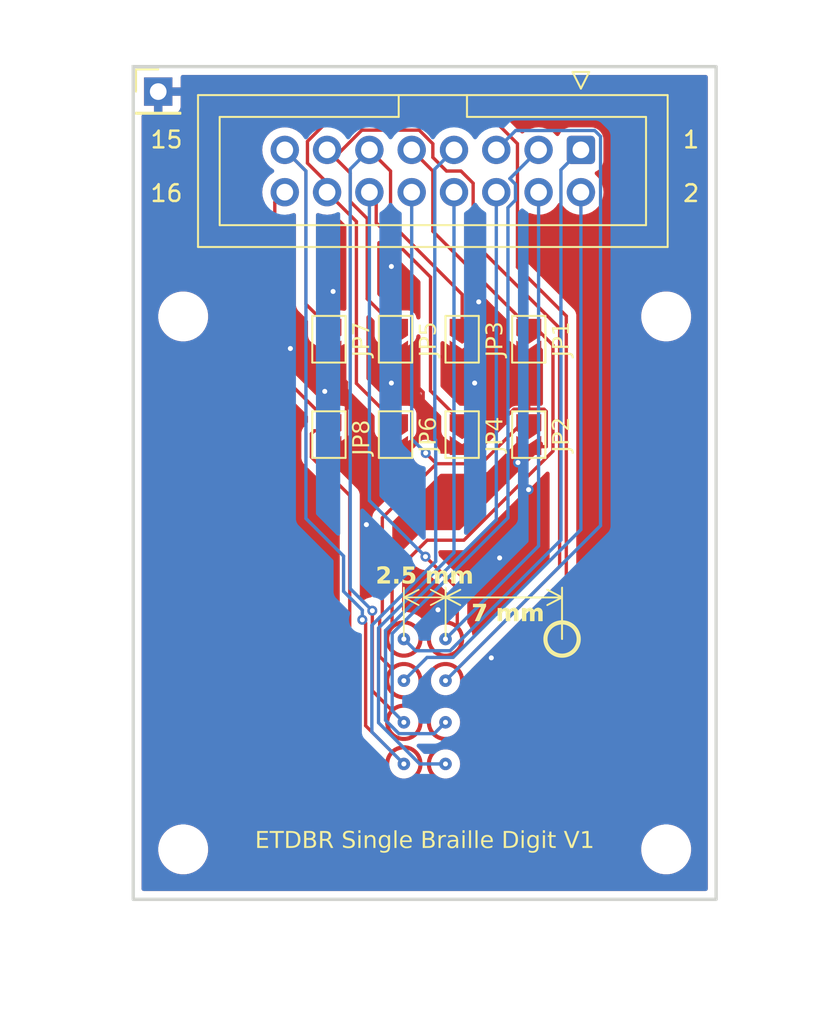
<source format=kicad_pcb>
(kicad_pcb (version 20240108) (generator "pcbnew") (generator_version "8.0")
  (layers (0 "F.Cu" signal) (31 "B.Cu" signal) (34 "B.Paste" user) (35 "F.Paste" user) (36 "B.SilkS" user "B.Silkscreen") (37 "F.SilkS" user "F.Silkscreen") (38 "B.Mask" user) (39 "F.Mask" user) (44 "Edge.Cuts" user))
  (net 0 "")
  (net 1 "Net-(J2-Pin_16)")
  (net 2 "Net-(J2-Pin_11)")
  (net 3 "Net-(J2-Pin_7)")
  (net 4 "Net-(J2-Pin_2)")
  (net 5 "Net-(J2-Pin_3)")
  (net 6 "Net-(J2-Pin_15)")
  (net 7 "Net-(J2-Pin_9)")
  (net 8 "Net-(J2-Pin_4)")
  (net 9 "Net-(J2-Pin_6)")
  (net 10 "Net-(J2-Pin_14)")
  (net 11 "Net-(J2-Pin_5)")
  (net 12 "Net-(J2-Pin_13)")
  (net 13 "Net-(J2-Pin_10)")
  (net 14 "Net-(J2-Pin_12)")
  (net 15 "Net-(J2-Pin_1)")
  (net 16 "Net-(J2-Pin_8)")
  (net 17 "/GNDPlane")
  (footprint "Connector_PinHeader_2.54mm:PinHeader_1x01_P2.54mm_Vertical" (layer "F.Cu") (at 49.78 57.465)
    (property "Reference" "J1")
    (property "Value" "Conn_01x01_Pin")
    (fp_line (start -1.33 -1.33) (end 0 -1.33) (stroke (width 0.12)) (layer "F.SilkS"))
    (fp_line (start -1.33 0) (end -1.33 -1.33) (stroke (width 0.12)) (layer "F.SilkS"))
    (fp_line (start -1.33 1.27) (end -1.33 1.33) (stroke (width 0.12)) (layer "F.SilkS"))
    (fp_line (start -1.33 1.27) (end 1.33 1.27) (stroke (width 0.12)) (layer "F.SilkS"))
    (fp_line (start -1.33 1.33) (end 1.33 1.33) (stroke (width 0.12)) (layer "F.SilkS"))
    (fp_line (start 1.33 1.27) (end 1.33 1.33) (stroke (width 0.12)) (layer "F.SilkS"))
    (pad "1" thru_hole rect (at 0 0) (size 1.7 1.7) (drill 1) (layers "*.Cu" "*.Mask") (net 17 "/GNDPlane"))
  )
  (footprint "Jumper:SolderJumper-2_P1.3mm_Open_TrianglePad1.0x1.5mm" (layer "F.Cu") (at 68.03 72.335 -90)
    (property "Reference" "JP3" (at 0 -2 90) (layer "F.SilkS"))
    (property "Value" "SolderJumper_2_Open" (hide yes))
    (fp_line (start -1.4 1) (end -1.4 -1) (stroke (width 0.12)) (layer "F.SilkS"))
    (fp_line (start 1.4 1) (end -1.4 1) (stroke (width 0.12)) (layer "F.SilkS"))
    (fp_line (start -1.4 -1) (end 1.4 -1) (stroke (width 0.12)) (layer "F.SilkS"))
    (fp_line (start 1.4 -1) (end 1.4 1) (stroke (width 0.12)) (layer "F.SilkS"))
    (pad "1" smd custom (at -0.725 0 270) (size 0.3 0.3) (layers "F.Cu" "F.Mask") (net 2 "Net-(J2-Pin_11)") (options (clearance outline) (anchor rect)) (primitives (gr_poly (pts (xy 1 0) (xy 0.5 0.75) (xy -0.5 0.75) (xy -0.5 -0.75) (xy 0.5 -0.75)) (width 0) (fill yes))))
    (pad "2" smd custom (at 0.725 0 270) (size 0.3 0.3) (layers "F.Cu" "F.Mask") (net 17 "/GNDPlane") (options (clearance outline) (anchor rect)) (primitives (gr_poly (pts (xy 0.5 0.75) (xy -0.65 0.75) (xy -0.15 0) (xy -0.65 -0.75) (xy 0.5 -0.75)) (width 0) (fill yes))))
  )
  (footprint "Connector_IDC:IDC-Header_2x08_P2.54mm_Vertical" (layer "F.Cu") (at 75.16 60.965 -90)
    (property "Reference" "J2" (hide yes))
    (property "Value" "Conn_02x08_Top_Bottom")
    (fp_line (start -3.29 22.99) (end -3.29 -5.21) (stroke (width 0.12)) (layer "F.SilkS"))
    (fp_line (start 5.83 22.99) (end -3.29 22.99) (stroke (width 0.12)) (layer "F.SilkS"))
    (fp_line (start -1.98 21.69) (end -1.98 10.94) (stroke (width 0.12)) (layer "F.SilkS"))
    (fp_line (start 4.52 21.69) (end -1.98 21.69) (stroke (width 0.12)) (layer "F.SilkS"))
    (fp_line (start -1.98 10.94) (end -3.29 10.94) (stroke (width 0.12)) (layer "F.SilkS"))
    (fp_line (start -1.98 10.94) (end -1.98 10.94) (stroke (width 0.12)) (layer "F.SilkS"))
    (fp_line (start -3.29 6.84) (end -1.98 6.84) (stroke (width 0.12)) (layer "F.SilkS"))
    (fp_line (start -1.98 6.84) (end -1.98 -3.91) (stroke (width 0.12)) (layer "F.SilkS"))
    (fp_line (start -4.68 0.5) (end -3.68 0) (stroke (width 0.12)) (layer "F.SilkS"))
    (fp_line (start -3.68 0) (end -4.68 -0.5) (stroke (width 0.12)) (layer "F.SilkS"))
    (fp_line (start -4.68 -0.5) (end -4.68 0.5) (stroke (width 0.12)) (layer "F.SilkS"))
    (fp_line (start -1.98 -3.91) (end 4.52 -3.91) (stroke (width 0.12)) (layer "F.SilkS"))
    (fp_line (start 4.52 -3.91) (end 4.52 21.69) (stroke (width 0.12)) (layer "F.SilkS"))
    (fp_line (start -3.29 -5.21) (end 5.83 -5.21) (stroke (width 0.12)) (layer "F.SilkS"))
    (fp_line (start 5.83 -5.21) (end 5.83 22.99) (stroke (width 0.12)) (layer "F.SilkS"))
    (pad "1" thru_hole roundrect (at 0 0 270) (size 1.7 1.7) (drill 1) (layers "*.Cu" "*.Mask") (roundrect_rratio 0.147059) (net 15 "Net-(J2-Pin_1)"))
    (pad "2" thru_hole circle (at 2.54 0 270) (size 1.7 1.7) (drill 1) (layers "*.Cu" "*.Mask") (net 4 "Net-(J2-Pin_2)"))
    (pad "3" thru_hole circle (at 0 2.54 270) (size 1.7 1.7) (drill 1) (layers "*.Cu" "*.Mask") (net 5 "Net-(J2-Pin_3)"))
    (pad "4" thru_hole circle (at 2.54 2.54 270) (size 1.7 1.7) (drill 1) (layers "*.Cu" "*.Mask") (net 8 "Net-(J2-Pin_4)"))
    (pad "5" thru_hole circle (at 0 5.08 270) (size 1.7 1.7) (drill 1) (layers "*.Cu" "*.Mask") (net 11 "Net-(J2-Pin_5)"))
    (pad "6" thru_hole circle (at 2.54 5.08 270) (size 1.7 1.7) (drill 1) (layers "*.Cu" "*.Mask") (net 9 "Net-(J2-Pin_6)"))
    (pad "7" thru_hole circle (at 0 7.62 270) (size 1.7 1.7) (drill 1) (layers "*.Cu" "*.Mask") (net 3 "Net-(J2-Pin_7)"))
    (pad "8" thru_hole circle (at 2.54 7.62 270) (size 1.7 1.7) (drill 1) (layers "*.Cu" "*.Mask") (net 16 "Net-(J2-Pin_8)"))
    (pad "9" thru_hole circle (at 0 10.16 270) (size 1.7 1.7) (drill 1) (layers "*.Cu" "*.Mask") (net 7 "Net-(J2-Pin_9)"))
    (pad "10" thru_hole circle (at 2.54 10.16 270) (size 1.7 1.7) (drill 1) (layers "*.Cu" "*.Mask") (net 13 "Net-(J2-Pin_10)"))
    (pad "11" thru_hole circle (at 0 12.7 270) (size 1.7 1.7) (drill 1) (layers "*.Cu" "*.Mask") (net 2 "Net-(J2-Pin_11)"))
    (pad "12" thru_hole circle (at 2.54 12.7 270) (size 1.7 1.7) (drill 1) (layers "*.Cu" "*.Mask") (net 14 "Net-(J2-Pin_12)"))
    (pad "13" thru_hole circle (at 0 15.24 270) (size 1.7 1.7) (drill 1) (layers "*.Cu" "*.Mask") (net 12 "Net-(J2-Pin_13)"))
    (pad "14" thru_hole circle (at 2.54 15.24 270) (size 1.7 1.7) (drill 1) (layers "*.Cu" "*.Mask") (net 10 "Net-(J2-Pin_14)"))
    (pad "15" thru_hole circle (at 0 17.78 270) (size 1.7 1.7) (drill 1) (layers "*.Cu" "*.Mask") (net 6 "Net-(J2-Pin_15)"))
    (pad "16" thru_hole circle (at 2.54 17.78 270) (size 1.7 1.7) (drill 1) (layers "*.Cu" "*.Mask") (net 1 "Net-(J2-Pin_16)"))
  )
  (footprint "Jumper:SolderJumper-2_P1.3mm_Open_TrianglePad1.0x1.5mm" (layer "F.Cu") (at 68.03 78.06 -90)
    (property "Reference" "JP4" (at 0 -2 90) (layer "F.SilkS"))
    (property "Value" "SolderJumper_2_Open" (hide yes))
    (fp_line (start -1.4 1) (end -1.4 -1) (stroke (width 0.12)) (layer "F.SilkS"))
    (fp_line (start 1.4 1) (end -1.4 1) (stroke (width 0.12)) (layer "F.SilkS"))
    (fp_line (start -1.4 -1) (end 1.4 -1) (stroke (width 0.12)) (layer "F.SilkS"))
    (fp_line (start 1.4 -1) (end 1.4 1) (stroke (width 0.12)) (layer "F.SilkS"))
    (pad "1" smd custom (at -0.725 0 270) (size 0.3 0.3) (layers "F.Cu" "F.Mask") (net 14 "Net-(J2-Pin_12)") (options (clearance outline) (anchor rect)) (primitives (gr_poly (pts (xy 1 0) (xy 0.5 0.75) (xy -0.5 0.75) (xy -0.5 -0.75) (xy 0.5 -0.75)) (width 0) (fill yes))))
    (pad "2" smd custom (at 0.725 0 270) (size 0.3 0.3) (layers "F.Cu" "F.Mask") (net 17 "/GNDPlane") (options (clearance outline) (anchor rect)) (primitives (gr_poly (pts (xy 0.5 0.75) (xy -0.65 0.75) (xy -0.15 0) (xy -0.65 -0.75) (xy 0.5 -0.75)) (width 0) (fill yes))))
  )
  (footprint "etdbrFoot:digitV1.1" (layer "F.Cu") (at 64.53 97.835)
    (property "Reference" "U2")
    (property "Value" "~")
    (fp_circle (center 9.5 -7.5) (end 10.5 -7.5) (stroke (width 0.25)) (fill none) (layer "F.SilkS"))
    (dimension (type aligned) (layer "F.SilkS") (pts (xy 67.03 90.835) (xy 74.03 90.835)) (height -3) (gr_text "7 mm" (at 70.78 88.835 0) (layer "F.SilkS") (effects (font (face "Comic Sans MS") (size 1 1) (thickness 0.3) (bold yes)))) (format (prefix "") (suffix "") (units 3) (units_format 1) (precision 3) suppress_zeroes) (style (thickness 0.1) (arrow_length 1) (text_position_mode 2) (extension_height 0.58642) (extension_offset 0.5) keep_text_aligned))
    (dimension (type aligned) (layer "F.SilkS") (pts (xy 67.03 90.835) (xy 74.03 90.835)) (height -3) (gr_text "7 mm" (at 70.78 88.835 0) (layer "F.SilkS") (effects (font (face "Comic Sans MS") (size 1 1) (thickness 0.3) (bold yes)))) (format (prefix "") (suffix "") (units 3) (units_format 1) (precision 3) suppress_zeroes) (style (thickness 0.1) (arrow_length 1) (text_position_mode 2) (extension_height 0.58642) (extension_offset 0.5) keep_text_aligned))
    (dimension (type aligned) (layer "F.SilkS") (pts (xy 67.03 90.835) (xy 74.03 90.835)) (height -3) (gr_text "7 mm" (at 70.78 88.835 0) (layer "F.SilkS") (effects (font (face "Comic Sans MS") (size 1 1) (thickness 0.3) (bold yes)))) (format (prefix "") (suffix "") (units 3) (units_format 1) (precision 3) suppress_zeroes) (style (thickness 0.1) (arrow_length 1) (text_position_mode 2) (extension_height 0.58642) (extension_offset 0.5) keep_text_aligned))
    (dimension (type aligned) (layer "F.SilkS") (pts (xy 64.53 90.835) (xy 67.03 90.835)) (height -3) (gr_text "2.5 mm" (at 65.78 86.585 0) (layer "F.SilkS") (effects (font (face "Comic Sans MS") (size 1 1) (thickness 0.3) (bold yes)))) (format (prefix "") (suffix "") (units 3) (units_format 1) (precision 3) suppress_zeroes) (style (thickness 0.1) (arrow_length 1) (text_position_mode 0) (extension_height 0.58642) (extension_offset 0.5) keep_text_aligned))
    (dimension (type aligned) (layer "F.SilkS") (pts (xy 67.03 90.835) (xy 74.03 90.835)) (height -3) (gr_text "7 mm" (at 70.78 88.835 0) (layer "F.SilkS") (effects (font (face "Comic Sans MS") (size 1 1) (thickness 0.3) (bold yes)))) (format (prefix "") (suffix "") (units 3) (units_format 1) (precision 3) suppress_zeroes) (style (thickness 0.1) (arrow_length 1) (text_position_mode 2) (extension_height 0.58642) (extension_offset 0.5) keep_text_aligned))
    (pad "-1" smd custom (at -0.707107 -8.207107) (size 0.25 0.25) (layers "F.Cu" "F.Paste" "F.Mask") (net 7 "Net-(J2-Pin_9)") (options (clearance outline) (anchor circle)) (primitives (gr_circle (center 0.707107 0.707107) (end 1.707107 0.707107) (width 0.25) (fill no))))
    (pad "-2" smd custom (at -0.707107 -5.707107) (size 0.25 0.25) (layers "F.Cu" "F.Paste" "F.Mask") (net 13 "Net-(J2-Pin_10)") (options (clearance outline) (anchor circle)) (primitives (gr_circle (center 0.707107 0.707107) (end 1.707107 0.707107) (width 0.25) (fill no))))
    (pad "-3" smd custom (at -0.707107 -3.207107) (size 0.25 0.25) (layers "F.Cu" "F.Paste" "F.Mask") (net 2 "Net-(J2-Pin_11)") (options (clearance outline) (anchor circle)) (primitives (gr_circle (center 0.707107 0.707107) (end 1.707107 0.707107) (width 0.25) (fill no))))
    (pad "-4" smd custom (at 3.207107 -8.207107) (size 0.25 0.25) (layers "F.Cu" "F.Paste" "F.Mask") (net 14 "Net-(J2-Pin_12)") (options (clearance outline) (anchor circle)) (primitives (gr_circle (center -0.707107 0.707107) (end 0.292893 0.707107) (width 0.25) (fill no))))
    (pad "-5" smd custom (at 3.207107 -5.707107) (size 0.25 0.25) (layers "F.Cu" "F.Paste" "F.Mask") (net 12 "Net-(J2-Pin_13)") (options (clearance outline) (anchor circle)) (primitives (gr_circle (center -0.707107 0.707107) (end 0.292893 0.707107) (width 0.25) (fill no))))
    (pad "-6" smd custom (at 3.207107 -3.207107) (size 0.25 0.25) (layers "F.Cu" "F.Paste" "F.Mask") (net 10 "Net-(J2-Pin_14)") (options (clearance outline) (anchor circle)) (primitives (gr_circle (center -0.707107 0.707107) (end 0.292893 0.707107) (width 0.25) (fill no))))
    (pad "-7" smd custom (at -0.707107 -0.707107) (size 0.25 0.25) (layers "F.Cu" "F.Paste" "F.Mask") (net 6 "Net-(J2-Pin_15)") (options (clearance outline) (anchor circle)) (primitives (gr_circle (center 0.707107 0.707107) (end 1.707107 0.707107) (width 0.25) (fill no))))
    (pad "-8" smd custom (at 3.207107 -0.707107) (size 0.25 0.25) (layers "F.Cu" "F.Paste" "F.Mask") (net 1 "Net-(J2-Pin_16)") (options (clearance outline) (anchor circle)) (primitives (gr_circle (center -0.707107 0.707107) (end 0.292893 0.707107) (width 0.25) (fill no))))
    (pad "1" thru_hole circle (at 0 -7.5 270) (size 0.75 0.75) (drill 0.3) (layers "*.Cu" "*.Mask") (net 15 "Net-(J2-Pin_1)"))
    (pad "2" thru_hole circle (at 0 -5 270) (size 0.75 0.75) (drill 0.3) (layers "*.Cu" "*.Mask") (net 4 "Net-(J2-Pin_2)"))
    (pad "3" thru_hole circle (at 0 -2.5 270) (size 0.75 0.75) (drill 0.3) (layers "*.Cu" "*.Mask") (net 5 "Net-(J2-Pin_3)"))
    (pad "4" thru_hole circle (at 2.5 -7.5 90) (size 0.75 0.75) (drill 0.3) (layers "*.Cu" "*.Mask") (net 8 "Net-(J2-Pin_4)"))
    (pad "5" thru_hole circle (at 2.5 -5 90) (size 0.75 0.75) (drill 0.3) (layers "*.Cu" "*.Mask") (net 11 "Net-(J2-Pin_5)"))
    (pad "6" thru_hole circle (at 2.5 -2.5 90) (size 0.75 0.75) (drill 0.3) (layers "*.Cu" "*.Mask") (net 9 "Net-(J2-Pin_6)"))
    (pad "7" thru_hole circle (at 0 0 270) (size 0.75 0.75) (drill 0.3) (layers "*.Cu" "*.Mask") (net 3 "Net-(J2-Pin_7)"))
    (pad "8" thru_hole circle (at 2.5 0 90) (size 0.75 0.75) (drill 0.3) (layers "*.Cu" "*.Mask") (net 16 "Net-(J2-Pin_8)"))
  )
  (footprint "MountingHole:MountingHole_2.5mm" (layer "F.Cu") (at 51.28 70.965)
    (property "Reference" "REF**")
    (property "Value" "MountingHole_2.5mm" (hide yes))
    (pad "" np_thru_hole circle (at 0 0) (size 2.5 2.5) (drill 2.5) (layers "*.Cu" "*.Mask"))
  )
  (footprint "Jumper:SolderJumper-2_P1.3mm_Open_TrianglePad1.0x1.5mm" (layer "F.Cu") (at 60.03 72.335 -90)
    (property "Reference" "JP7" (at 0 -2 90) (layer "F.SilkS"))
    (property "Value" "SolderJumper_2_Open" (hide yes))
    (fp_line (start -1.4 1) (end -1.4 -1) (stroke (width 0.12)) (layer "F.SilkS"))
    (fp_line (start 1.4 1) (end -1.4 1) (stroke (width 0.12)) (layer "F.SilkS"))
    (fp_line (start -1.4 -1) (end 1.4 -1) (stroke (width 0.12)) (layer "F.SilkS"))
    (fp_line (start 1.4 -1) (end 1.4 1) (stroke (width 0.12)) (layer "F.SilkS"))
    (pad "1" smd custom (at -0.725 0 270) (size 0.3 0.3) (layers "F.Cu" "F.Mask") (net 6 "Net-(J2-Pin_15)") (options (clearance outline) (anchor rect)) (primitives (gr_poly (pts (xy 1 0) (xy 0.5 0.75) (xy -0.5 0.75) (xy -0.5 -0.75) (xy 0.5 -0.75)) (width 0) (fill yes))))
    (pad "2" smd custom (at 0.725 0 270) (size 0.3 0.3) (layers "F.Cu" "F.Mask") (net 17 "/GNDPlane") (options (clearance outline) (anchor rect)) (primitives (gr_poly (pts (xy 0.5 0.75) (xy -0.65 0.75) (xy -0.15 0) (xy -0.65 -0.75) (xy 0.5 -0.75)) (width 0) (fill yes))))
  )
  (footprint "Jumper:SolderJumper-2_P1.3mm_Open_TrianglePad1.0x1.5mm" (layer "F.Cu") (at 64.03 78.06 -90)
    (property "Reference" "JP6" (at 0 -2 90) (layer "F.SilkS"))
    (property "Value" "SolderJumper_2_Open" (hide yes))
    (fp_line (start -1.4 1) (end -1.4 -1) (stroke (width 0.12)) (layer "F.SilkS"))
    (fp_line (start 1.4 1) (end -1.4 1) (stroke (width 0.12)) (layer "F.SilkS"))
    (fp_line (start -1.4 -1) (end 1.4 -1) (stroke (width 0.12)) (layer "F.SilkS"))
    (fp_line (start 1.4 -1) (end 1.4 1) (stroke (width 0.12)) (layer "F.SilkS"))
    (pad "1" smd custom (at -0.725 0 270) (size 0.3 0.3) (layers "F.Cu" "F.Mask") (net 10 "Net-(J2-Pin_14)") (options (clearance outline) (anchor rect)) (primitives (gr_poly (pts (xy 1 0) (xy 0.5 0.75) (xy -0.5 0.75) (xy -0.5 -0.75) (xy 0.5 -0.75)) (width 0) (fill yes))))
    (pad "2" smd custom (at 0.725 0 270) (size 0.3 0.3) (layers "F.Cu" "F.Mask") (net 17 "/GNDPlane") (options (clearance outline) (anchor rect)) (primitives (gr_poly (pts (xy 0.5 0.75) (xy -0.65 0.75) (xy -0.15 0) (xy -0.65 -0.75) (xy 0.5 -0.75)) (width 0) (fill yes))))
  )
  (footprint "MountingHole:MountingHole_2.5mm" (layer "F.Cu") (at 80.28 102.965)
    (property "Reference" "REF**")
    (property "Value" "MountingHole_2.5mm" (hide yes))
    (pad "" np_thru_hole circle (at 0 0) (size 2.5 2.5) (drill 2.5) (layers "*.Cu" "*.Mask"))
  )
  (footprint "Jumper:SolderJumper-2_P1.3mm_Open_TrianglePad1.0x1.5mm" (layer "F.Cu") (at 72.03 78.06 -90)
    (property "Reference" "JP2" (at 0 -2 90) (layer "F.SilkS"))
    (property "Value" "SolderJumper_2_Open" (hide yes))
    (fp_line (start -1.4 1) (end -1.4 -1) (stroke (width 0.12)) (layer "F.SilkS"))
    (fp_line (start 1.4 1) (end -1.4 1) (stroke (width 0.12)) (layer "F.SilkS"))
    (fp_line (start -1.4 -1) (end 1.4 -1) (stroke (width 0.12)) (layer "F.SilkS"))
    (fp_line (start 1.4 -1) (end 1.4 1) (stroke (width 0.12)) (layer "F.SilkS"))
    (pad "1" smd custom (at -0.725 0 270) (size 0.3 0.3) (layers "F.Cu" "F.Mask") (net 13 "Net-(J2-Pin_10)") (options (clearance outline) (anchor rect)) (primitives (gr_poly (pts (xy 1 0) (xy 0.5 0.75) (xy -0.5 0.75) (xy -0.5 -0.75) (xy 0.5 -0.75)) (width 0) (fill yes))))
    (pad "2" smd custom (at 0.725 0 270) (size 0.3 0.3) (layers "F.Cu" "F.Mask") (net 17 "/GNDPlane") (options (clearance outline) (anchor rect)) (primitives (gr_poly (pts (xy 0.5 0.75) (xy -0.65 0.75) (xy -0.15 0) (xy -0.65 -0.75) (xy 0.5 -0.75)) (width 0) (fill yes))))
  )
  (footprint "Jumper:SolderJumper-2_P1.3mm_Open_TrianglePad1.0x1.5mm" (layer "F.Cu") (at 60.03 78.06 -90)
    (property "Reference" "JP8" (at 0.185 -2 90) (layer "F.SilkS"))
    (property "Value" "SolderJumper_2_Open" (hide yes))
    (fp_line (start -1.4 1) (end -1.4 -1) (stroke (width 0.12)) (layer "F.SilkS"))
    (fp_line (start 1.4 1) (end -1.4 1) (stroke (width 0.12)) (layer "F.SilkS"))
    (fp_line (start -1.4 -1) (end 1.4 -1) (stroke (width 0.12)) (layer "F.SilkS"))
    (fp_line (start 1.4 -1) (end 1.4 1) (stroke (width 0.12)) (layer "F.SilkS"))
    (pad "1" smd custom (at -0.725 0 270) (size 0.3 0.3) (layers "F.Cu" "F.Mask") (net 1 "Net-(J2-Pin_16)") (options (clearance outline) (anchor rect)) (primitives (gr_poly (pts (xy 1 0) (xy 0.5 0.75) (xy -0.5 0.75) (xy -0.5 -0.75) (xy 0.5 -0.75)) (width 0) (fill yes))))
    (pad "2" smd custom (at 0.725 0 270) (size 0.3 0.3) (layers "F.Cu" "F.Mask") (net 17 "/GNDPlane") (options (clearance outline) (anchor rect)) (primitives (gr_poly (pts (xy 0.5 0.75) (xy -0.65 0.75) (xy -0.15 0) (xy -0.65 -0.75) (xy 0.5 -0.75)) (width 0) (fill yes))))
  )
  (footprint "Jumper:SolderJumper-2_P1.3mm_Open_TrianglePad1.0x1.5mm" (layer "F.Cu") (at 72.03 72.335 -90)
    (property "Reference" "JP1" (at 0 -2 90) (layer "F.SilkS"))
    (property "Value" "SolderJumper_2_Open" (hide yes))
    (fp_line (start -1.4 1) (end -1.4 -1) (stroke (width 0.12)) (layer "F.SilkS"))
    (fp_line (start 1.4 1) (end -1.4 1) (stroke (width 0.12)) (layer "F.SilkS"))
    (fp_line (start -1.4 -1) (end 1.4 -1) (stroke (width 0.12)) (layer "F.SilkS"))
    (fp_line (start 1.4 -1) (end 1.4 1) (stroke (width 0.12)) (layer "F.SilkS"))
    (pad "1" smd custom (at -0.725 0 270) (size 0.3 0.3) (layers "F.Cu" "F.Mask") (net 7 "Net-(J2-Pin_9)") (options (clearance outline) (anchor rect)) (primitives (gr_poly (pts (xy 1 0) (xy 0.5 0.75) (xy -0.5 0.75) (xy -0.5 -0.75) (xy 0.5 -0.75)) (width 0) (fill yes))))
    (pad "2" smd custom (at 0.725 0 270) (size 0.3 0.3) (layers "F.Cu" "F.Mask") (net 17 "/GNDPlane") (options (clearance outline) (anchor rect)) (primitives (gr_poly (pts (xy 0.5 0.75) (xy -0.65 0.75) (xy -0.15 0) (xy -0.65 -0.75) (xy 0.5 -0.75)) (width 0) (fill yes))))
  )
  (footprint "MountingHole:MountingHole_2.5mm" (layer "F.Cu") (at 51.28 102.965)
    (property "Reference" "REF**")
    (property "Value" "MountingHole_2.5mm" (hide yes))
    (pad "" np_thru_hole circle (at 0 0) (size 2.5 2.5) (drill 2.5) (layers "*.Cu" "*.Mask"))
  )
  (footprint "MountingHole:MountingHole_2.5mm" (layer "F.Cu") (at 80.28 70.965)
    (property "Reference" "REF**")
    (property "Value" "MountingHole_2.5mm" (hide yes))
    (pad "" np_thru_hole circle (at 0 0) (size 2.5 2.5) (drill 2.5) (layers "*.Cu" "*.Mask"))
  )
  (footprint "Jumper:SolderJumper-2_P1.3mm_Open_TrianglePad1.0x1.5mm" (layer "F.Cu") (at 64.03 72.335 -90)
    (property "Reference" "JP5" (at 0 -2 90) (layer "F.SilkS"))
    (property "Value" "SolderJumper_2_Open" (hide yes))
    (fp_line (start -1.4 1) (end -1.4 -1) (stroke (width 0.12)) (layer "F.SilkS"))
    (fp_line (start 1.4 1) (end -1.4 1) (stroke (width 0.12)) (layer "F.SilkS"))
    (fp_line (start -1.4 -1) (end 1.4 -1) (stroke (width 0.12)) (layer "F.SilkS"))
    (fp_line (start 1.4 -1) (end 1.4 1) (stroke (width 0.12)) (layer "F.SilkS"))
    (pad "1" smd custom (at -0.725 0 270) (size 0.3 0.3) (layers "F.Cu" "F.Mask") (net 12 "Net-(J2-Pin_13)") (options (clearance outline) (anchor rect)) (primitives (gr_poly (pts (xy 1 0) (xy 0.5 0.75) (xy -0.5 0.75) (xy -0.5 -0.75) (xy 0.5 -0.75)) (width 0) (fill yes))))
    (pad "2" smd custom (at 0.725 0 270) (size 0.3 0.3) (layers "F.Cu" "F.Mask") (net 17 "/GNDPlane") (options (clearance outline) (anchor rect)) (primitives (gr_poly (pts (xy 0.5 0.75) (xy -0.65 0.75) (xy -0.15 0) (xy -0.65 -0.75) (xy 0.5 -0.75)) (width 0) (fill yes))))
  )
  (gr_rect (start 48.28 55.965) (end 83.28 105.965) (stroke (width 0.2)) (fill none) (layer "Edge.Cuts"))
  (gr_text "15\n\n16" (at 50.28 61.965 0) (layer "F.SilkS") (effects (font (size 1 1))))
  (gr_text "1\n\n2" (at 81.78 61.965 0) (layer "F.SilkS") (effects (font (size 1 1))))
  (gr_text "ETDBR Single Braille Digit V1\n" (at 65.78 102.465 0) (layer "F.SilkS") (effects (font (size 1 1))))
  (segment (start 61.28 96.965) (end 63.595 99.28) (width 0.2) (layer "F.Cu") (net 1))
  (segment (start 67.585 99.28) (end 68.53 98.335) (width 0.2) (layer "F.Cu") (net 1))
  (segment (start 59.8331 77.1381) (end 60.03 77.335) (width 0.2) (layer "F.Cu") (net 1))
  (segment (start 63.595 99.28) (end 67.585 99.28) (width 0.2) (layer "F.Cu") (net 1))
  (segment (start 61.28 81.716336) (end 61.28 96.965) (width 0.2) (layer "F.Cu") (net 1))
  (segment (start 58.975 78.008664) (end 58.975 79.411336) (width 0.2) (layer "F.Cu") (net 1))
  (segment (start 60.525 77.83) (end 59.153664 77.83) (width 0.2) (layer "F.Cu") (net 1))
  (segment (start 59.153664 77.83) (end 58.975 78.008664) (width 0.2) (layer "F.Cu") (net 1))
  (segment (start 58.975 79.411336) (end 61.28 81.716336) (width 0.2) (layer "F.Cu") (net 1))
  (segment (start 57.38 63.505) (end 56.78 64.105) (width 0.2) (layer "F.Cu") (net 1))
  (segment (start 68.53 98.335) (end 68.53 97.335) (width 0.2) (layer "F.Cu") (net 1))
  (segment (start 56.78 74.085) (end 59.8331 77.1381) (width 0.2) (layer "F.Cu") (net 1))
  (segment (start 59.8331 77.1381) (end 60.525 77.83) (width 0.2) (layer "F.Cu") (net 1))
  (segment (start 68.03 96.835) (end 67.737107 97.127893) (width 0.2) (layer "F.Cu") (net 1))
  (segment (start 68.53 97.335) (end 68.03 96.835) (width 0.2) (layer "F.Cu") (net 1))
  (segment (start 56.78 64.105) (end 56.78 74.085) (width 0.2) (layer "F.Cu") (net 1))
  (segment (start 63.73 62.235) (end 63.73 65.3405) (width 0.2) (layer "F.Cu") (net 2))
  (segment (start 62.6354 93.4404) (end 62.6354 88.6334) (width 0.2) (layer "F.Cu") (net 2))
  (segment (start 63.73 65.3405) (end 68.03 69.6405) (width 0.2) (layer "F.Cu") (net 2))
  (segment (start 63.8229 94.6279) (end 62.6354 93.4404) (width 0.2) (layer "F.Cu") (net 2))
  (segment (start 62.46 60.965) (end 63.73 62.235) (width 0.2) (layer "F.Cu") (net 2))
  (segment (start 68.03 69.6405) (end 68.03 71.61) (width 0.2) (layer "F.Cu") (net 2))
  (via (at 62.6354 88.6334) (size 0.6) (drill 0.3) (layers "F.Cu" "B.Cu") (net 2))
  (segment (start 62.6354 88.6334) (end 61.3098 87.3078) (width 0.2) (layer "B.Cu") (net 2))
  (segment (start 61.3098 62.1152) (end 62.46 60.965) (width 0.2) (layer "B.Cu") (net 2))
  (segment (start 61.3098 87.3078) (end 61.3098 62.1152) (width 0.2) (layer "B.Cu") (net 2))
  (segment (start 62.6084 89.5091) (end 62.6084 95.9134) (width 0.2) (layer "B.Cu") (net 3))
  (segment (start 66.4412 78.3825) (end 66.4412 85.6763) (width 0.2) (layer "B.Cu") (net 3))
  (segment (start 66.3865 78.3278) (end 66.4412 78.3825) (width 0.2) (layer "B.Cu") (net 3))
  (segment (start 62.6084 95.9134) (end 64.53 97.835) (width 0.2) (layer "B.Cu") (net 3))
  (segment (start 66.3865 62.1185) (end 66.3865 78.3278) (width 0.2) (layer "B.Cu") (net 3))
  (segment (start 67.54 60.965) (end 66.3865 62.1185) (width 0.2) (layer "B.Cu") (net 3))
  (segment (start 66.4412 85.6763) (end 62.6084 89.5091) (width 0.2) (layer "B.Cu") (net 3))
  (segment (start 65.9266 91.4384) (end 67.4868 91.4384) (width 0.2) (layer "B.Cu") (net 4))
  (segment (start 64.53 92.835) (end 65.9266 91.4384) (width 0.2) (layer "B.Cu") (net 4))
  (segment (start 67.4868 91.4384) (end 75.16 83.7652) (width 0.2) (layer "B.Cu") (net 4))
  (segment (start 75.16 83.7652) (end 75.16 63.505) (width 0.2) (layer "B.Cu") (net 4))
  (segment (start 71.23 63.028654) (end 70.893173 62.691827) (width 0.2) (layer "B.Cu") (net 5))
  (segment (start 70.78 83.0569) (end 70.78 64.431346) (width 0.2) (layer "B.Cu") (net 5))
  (segment (start 71.23 63.981346) (end 71.23 63.028654) (width 0.2) (layer "B.Cu") (net 5))
  (segment (start 70.78 64.431346) (end 71.23 63.981346) (width 0.2) (layer "B.Cu") (net 5))
  (segment (start 70.893173 62.691827) (end 72.62 60.965) (width 0.2) (layer "B.Cu") (net 5))
  (segment (start 63.829 90.0079) (end 70.78 83.0569) (width 0.2) (layer "B.Cu") (net 5))
  (segment (start 64.53 95.335) (end 63.829 94.634) (width 0.2) (layer "B.Cu") (net 5))
  (segment (start 63.829 94.634) (end 63.829 90.0079) (width 0.2) (layer "B.Cu") (net 5))
  (segment (start 58.65 62.235) (end 58.65 70.23) (width 0.2) (layer "F.Cu") (net 6))
  (segment (start 62.2354 89.379163) (end 62.2354 95.5404) (width 0.2) (layer "F.Cu") (net 6))
  (segment (start 62.2354 95.5404) (end 63.822893 97.127893) (width 0.2) (layer "F.Cu") (net 6))
  (segment (start 62.0354 89.179163) (end 62.2354 89.379163) (width 0.2) (layer "F.Cu") (net 6))
  (segment (start 57.38 60.965) (end 58.65 62.235) (width 0.2) (layer "F.Cu") (net 6))
  (segment (start 58.65 70.23) (end 60.03 71.61) (width 0.2) (layer "F.Cu") (net 6))
  (via (at 62.0354 89.179163) (size 0.6) (drill 0.3) (layers "F.Cu" "B.Cu") (net 6))
  (segment (start 60.9098 85.3548) (end 58.65 83.095) (width 0.2) (layer "B.Cu") (net 6))
  (segment (start 60.9098 87.473486) (end 60.9098 85.3548) (width 0.2) (layer "B.Cu") (net 6))
  (segment (start 58.65 62.235) (end 57.38 60.965) (width 0.2) (layer "B.Cu") (net 6))
  (segment (start 58.65 83.095) (end 58.65 62.235) (width 0.2) (layer "B.Cu") (net 6))
  (segment (start 62.0354 88.599086) (end 60.9098 87.473486) (width 0.2) (layer "B.Cu") (net 6))
  (segment (start 62.0354 89.179163) (end 62.0354 88.599086) (width 0.2) (layer "B.Cu") (net 6))
  (segment (start 72.4044 71.61) (end 73.4827 72.6883) (width 0.2) (layer "F.Cu") (net 7))
  (segment (start 66.27 62.235) (end 66.27 65.85) (width 0.2) (layer "F.Cu") (net 7))
  (segment (start 73.4827 79.0527) (end 68.1347 84.4007) (width 0.2) (layer "F.Cu") (net 7))
  (segment (start 72.03 71.61) (end 72.4044 71.61) (width 0.2) (layer "F.Cu") (net 7))
  (segment (start 65 60.965) (end 66.27 62.235) (width 0.2) (layer "F.Cu") (net 7))
  (segment (start 73.4827 72.6883) (end 73.4827 79.0527) (width 0.2) (layer "F.Cu") (net 7))
  (segment (start 65.928 84.4007) (end 63.8229 86.5058) (width 0.2) (layer "F.Cu") (net 7))
  (segment (start 63.8229 86.5058) (end 63.8229 89.6279) (width 0.2) (layer "F.Cu") (net 7))
  (segment (start 68.1347 84.4007) (end 65.928 84.4007) (width 0.2) (layer "F.Cu") (net 7))
  (segment (start 66.27 65.85) (end 72.03 71.61) (width 0.2) (layer "F.Cu") (net 7))
  (segment (start 72.62 63.505) (end 72.62 84.745) (width 0.2) (layer "B.Cu") (net 8))
  (segment (start 72.62 84.745) (end 67.03 90.335) (width 0.2) (layer "B.Cu") (net 8))
  (segment (start 64.2318 96.016) (end 63.4288 95.213) (width 0.2) (layer "B.Cu") (net 9))
  (segment (start 67.03 95.335) (end 66.349 96.016) (width 0.2) (layer "B.Cu") (net 9))
  (segment (start 63.4288 95.213) (end 63.4288 89.8203) (width 0.2) (layer "B.Cu") (net 9))
  (segment (start 63.4288 89.8203) (end 70.08 83.1691) (width 0.2) (layer "B.Cu") (net 9))
  (segment (start 66.349 96.016) (end 64.2318 96.016) (width 0.2) (layer "B.Cu") (net 9))
  (segment (start 70.08 83.1691) (end 70.08 63.505) (width 0.2) (layer "B.Cu") (net 9))
  (segment (start 71.35 68.0063) (end 71.35 60.5921) (width 0.2) (layer "F.Cu") (net 10))
  (segment (start 58.7413 61.7604) (end 59.92 62.9391) (width 0.2) (layer "F.Cu") (net 10))
  (segment (start 64.03 77.335) (end 61.6802 74.9852) (width 0.2) (layer "F.Cu") (net 10))
  (segment (start 67.7371 94.6279) (end 74.2829 88.0821) (width 0.2) (layer "F.Cu") (net 10))
  (segment (start 58.7413 60.4542) (end 58.7413 61.7604) (width 0.2) (layer "F.Cu") (net 10))
  (segment (start 59.92 62.9391) (end 59.92 63.505) (width 0.2) (layer "F.Cu") (net 10))
  (segment (start 59.8161 59.3794) (end 58.7413 60.4542) (width 0.2) (layer "F.Cu") (net 10))
  (segment (start 74.2829 88.0821) (end 74.2829 70.9392) (width 0.2) (layer "F.Cu") (net 10))
  (segment (start 70.1373 59.3794) (end 59.8161 59.3794) (width 0.2) (layer "F.Cu") (net 10))
  (segment (start 71.35 60.5921) (end 70.1373 59.3794) (width 0.2) (layer "F.Cu") (net 10))
  (segment (start 61.6802 74.9852) (end 61.6802 65.2652) (width 0.2) (layer "F.Cu") (net 10))
  (segment (start 61.6802 65.2652) (end 59.92 63.505) (width 0.2) (layer "F.Cu") (net 10))
  (segment (start 74.2829 70.9392) (end 71.35 68.0063) (width 0.2) (layer "F.Cu") (net 10))
  (segment (start 76.3384 60.1528) (end 75.9867 59.8011) (width 0.2) (layer "B.Cu") (net 11))
  (segment (start 67.03 92.835) (end 76.3384 83.5266) (width 0.2) (layer "B.Cu") (net 11))
  (segment (start 75.9867 59.8011) (end 71.2439 59.8011) (width 0.2) (layer "B.Cu") (net 11))
  (segment (start 71.2439 59.8011) (end 70.08 60.965) (width 0.2) (layer "B.Cu") (net 11))
  (segment (start 76.3384 83.5266) (end 76.3384 60.1528) (width 0.2) (layer "B.Cu") (net 11))
  (segment (start 73.8828 85.9822) (end 73.8828 71.6708) (width 0.2) (layer "F.Cu") (net 12))
  (segment (start 73.8828 71.6708) (end 68.6902 66.4782) (width 0.2) (layer "F.Cu") (net 12))
  (segment (start 68.6902 62.9667) (end 67.9585 62.235) (width 0.2) (layer "F.Cu") (net 12))
  (segment (start 61.3098 64.0661) (end 62.3284 65.0847) (width 0.2) (layer "F.Cu") (net 12))
  (segment (start 62.3284 69.9084) (end 64.03 71.61) (width 0.2) (layer "F.Cu") (net 12))
  (segment (start 67.0903 62.235) (end 66.2701 61.4148) (width 0.2) (layer "F.Cu") (net 12))
  (segment (start 66.2701 60.5971) (end 65.4525 59.7795) (width 0.2) (layer "F.Cu") (net 12))
  (segment (start 61.3098 62.3548) (end 61.3098 64.0661) (width 0.2) (layer "F.Cu") (net 12))
  (segment (start 59.92 60.965) (end 60.3703 61.4153) (width 0.2) (layer "F.Cu") (net 12))
  (segment (start 67.9585 62.235) (end 67.0903 62.235) (width 0.2) (layer "F.Cu") (net 12))
  (segment (start 62.0061 59.7795) (end 60.3703 61.4153) (width 0.2) (layer "F.Cu") (net 12))
  (segment (start 67.7371 92.1279) (end 73.8828 85.9822) (width 0.2) (layer "F.Cu") (net 12))
  (segment (start 66.2701 61.4148) (end 66.2701 60.5971) (width 0.2) (layer "F.Cu") (net 12))
  (segment (start 60.3703 61.4153) (end 61.3098 62.3548) (width 0.2) (layer "F.Cu") (net 12))
  (segment (start 65.4525 59.7795) (end 62.0061 59.7795) (width 0.2) (layer "F.Cu") (net 12))
  (segment (start 62.3284 65.0847) (end 62.3284 69.9084) (width 0.2) (layer "F.Cu") (net 12))
  (segment (start 68.6902 66.4782) (end 68.6902 62.9667) (width 0.2) (layer "F.Cu") (net 12))
  (segment (start 63.2355 83.0568) (end 66.484 79.8083) (width 0.2) (layer "F.Cu") (net 13))
  (segment (start 63.0779 89.0396) (end 63.2355 88.882) (width 0.2) (layer "F.Cu") (net 13))
  (segment (start 66.484 79.8083) (end 69.1756 79.8083) (width 0.2) (layer "F.Cu") (net 13))
  (segment (start 63.8229 92.1279) (end 63.0779 91.3829) (width 0.2) (layer "F.Cu") (net 13))
  (segment (start 71.6489 77.335) (end 72.03 77.335) (width 0.2) (layer "F.Cu") (net 13))
  (segment (start 69.1756 79.8083) (end 71.6489 77.335) (width 0.2) (layer "F.Cu") (net 13))
  (segment (start 66.484 79.8083) (end 65.8409 79.1652) (width 0.2) (layer "F.Cu") (net 13))
  (segment (start 63.0779 91.3829) (end 63.0779 89.0396) (width 0.2) (layer "F.Cu") (net 13))
  (segment (start 63.2355 88.882) (end 63.2355 83.0568) (width 0.2) (layer "F.Cu") (net 13))
  (via (at 65.8409 79.1652) (size 0.6) (drill 0.3) (layers "F.Cu" "B.Cu") (net 13))
  (segment (start 65 63.505) (end 65 78.3243) (width 0.2) (layer "B.Cu") (net 13))
  (segment (start 65 78.3243) (end 65.8409 79.1652) (width 0.2) (layer "B.Cu") (net 13))
  (segment (start 66.1284 68.6019) (end 66.1284 75.4334) (width 0.2) (layer "F.Cu") (net 14))
  (segment (start 62.8698 63.9148) (end 62.8698 65.3433) (width 0.2) (layer "F.Cu") (net 14))
  (segment (start 67.7371 87.297) (end 65.8276 85.3875) (width 0.2) (layer "F.Cu") (net 14))
  (segment (start 62.46 63.505) (end 62.8698 63.9148) (width 0.2) (layer "F.Cu") (net 14))
  (segment (start 66.1284 75.4334) (end 68.03 77.335) (width 0.2) (layer "F.Cu") (net 14))
  (segment (start 62.8698 65.3433) (end 66.1284 68.6019) (width 0.2) (layer "F.Cu") (net 14))
  (segment (start 67.7371 89.6279) (end 67.7371 87.297) (width 0.2) (layer "F.Cu") (net 14))
  (via (at 65.8276 85.3875) (size 0.6) (drill 0.3) (layers "F.Cu" "B.Cu") (net 14))
  (segment (start 62.46 63.505) (end 62.46 82.0199) (width 0.2) (layer "B.Cu") (net 14))
  (segment (start 62.46 82.0199) (end 65.8276 85.3875) (width 0.2) (layer "B.Cu") (net 14))
  (segment (start 65.2331 91.0381) (end 64.53 90.335) (width 0.2) (layer "B.Cu") (net 15))
  (segment (start 67.3086 91.0381) (end 65.2331 91.0381) (width 0.2) (layer "B.Cu") (net 15))
  (segment (start 73.9608 84.3859) (end 67.3086 91.0381) (width 0.2) (layer "B.Cu") (net 15))
  (segment (start 73.9608 62.1642) (end 73.9608 84.3859) (width 0.2) (layer "B.Cu") (net 15))
  (segment (start 75.16 60.965) (end 73.9608 62.1642) (width 0.2) (layer "B.Cu") (net 15))
  (segment (start 65.4849 97.835) (end 67.03 97.835) (width 0.2) (layer "B.Cu") (net 16))
  (segment (start 67.54 63.505) (end 67.54 85.1434) (width 0.2) (layer "B.Cu") (net 16))
  (segment (start 63.0086 89.6748) (end 63.0086 95.3587) (width 0.2) (layer "B.Cu") (net 16))
  (segment (start 67.54 85.1434) (end 63.0086 89.6748) (width 0.2) (layer "B.Cu") (net 16))
  (segment (start 63.0086 95.3587) (end 65.4849 97.835) (width 0.2) (layer "B.Cu") (net 16))
  (segment (start 60.03 73.06) (end 60.03 73.8601) (width 0.2) (layer "F.Cu") (net 17))
  (segment (start 70.28 83.103927) (end 72.02 81.363927) (width 0.2) (layer "F.Cu") (net 17))
  (segment (start 72.03 73.46) (end 72.03 73.8601) (width 0.2) (layer "F.Cu") (net 17))
  (segment (start 72.03 78.785) (end 73.0801 78.785) (width 0.2) (layer "F.Cu") (net 17))
  (segment (start 68.0007 78.785) (end 66.9799 78.785) (width 0.2) (layer "F.Cu") (net 17))
  (segment (start 69.0801 78.785) (end 69.0801 78.5928) (width 0.2) (layer "F.Cu") (net 17))
  (segment (start 64.03 78.785) (end 61.0801 78.785) (width 0.2) (layer "F.Cu") (net 17))
  (segment (start 72.03 76.5348) (end 72.9489 76.5348) (width 0.2) (layer "F.Cu") (net 17))
  (segment (start 64.0593 78.785) (end 65.0801 78.785) (width 0.2) (layer "F.Cu") (net 17))
  (segment (start 69.0801 78.5928) (end 71.1381 76.5348) (width 0.2) (layer "F.Cu") (net 17))
  (segment (start 65.6888 78.1763) (end 65.0801 78.785) (width 0.2) (layer "F.Cu") (net 17))
  (segment (start 68.0007 78.785) (end 68.03 78.785) (width 0.2) (layer "F.Cu") (net 17))
  (segment (start 64.03 73.06) (end 64.03 73.8601) (width 0.2) (layer "F.Cu") (net 17))
  (segment (start 70.28 85.465) (end 70.28 83.103927) (width 0.2) (layer "F.Cu") (net 17))
  (segment (start 61.0801 74.9102) (end 61.0801 78.785) (width 0.2) (layer "F.Cu") (net 17))
  (segment (start 60.03 73.8601) (end 61.0801 74.9102) (width 0.2) (layer "F.Cu") (net 17))
  (segment (start 66.9799 78.785) (end 66.3712 78.1763) (width 0.2) (layer "F.Cu") (net 17))
  (segment (start 69.4801 73.46) (end 69.0801 73.06) (width 0.2) (layer "F.Cu") (net 17))
  (segment (start 64.03 73.8601) (end 65.6888 75.5189) (width 0.2) (layer "F.Cu") (net 17))
  (segment (start 72.9489 76.5348) (end 73.0801 76.666) (width 0.2) (layer "F.Cu") (net 17))
  (segment (start 71.1381 76.5348) (end 72.03 76.5348) (width 0.2) (layer "F.Cu") (net 17))
  (segment (start 72.03 73.8601) (end 72.03 76.5348) (width 0.2) (layer "F.Cu") (net 17))
  (segment (start 72.03 73.46) (end 69.4801 73.46) (width 0.2) (layer "F.Cu") (net 17))
  (segment (start 72.03 73.06) (end 72.03 73.46) (width 0.2) (layer "F.Cu") (net 17))
  (segment (start 68.03 73.06) (end 69.0801 73.06) (width 0.2) (layer "F.Cu") (net 17))
  (segment (start 64.0593 78.785) (end 64.03 78.785) (width 0.2) (layer "F.Cu") (net 17))
  (segment (start 68.03 78.785) (end 69.0801 78.785) (width 0.2) (layer "F.Cu") (net 17))
  (segment (start 65.6888 75.5189) (end 65.6888 78.1763) (width 0.2) (layer "F.Cu") (net 17))
  (segment (start 73.0801 76.666) (end 73.0801 78.785) (width 0.2) (layer "F.Cu") (net 17))
  (segment (start 66.3712 78.1763) (end 65.6888 78.1763) (width 0.2) (layer "F.Cu") (net 17))
  (segment (start 60.03 78.785) (end 61.0801 78.785) (width 0.2) (layer "F.Cu") (net 17))
  (via (at 69.025626 70.08856) (size 0.6) (drill 0.3) (layers "F.Cu" "B.Cu") (net 17))
  (via (at 68.78 74.965) (size 0.6) (drill 0.3) (layers "F.Cu" "B.Cu") (net 17))
  (via (at 63.78 67.965) (size 0.6) (drill 0.3) (layers "F.Cu" "B.Cu") (net 17))
  (via (at 60.28 69.465) (size 0.6) (drill 0.3) (layers "F.Cu" "B.Cu") (net 17))
  (via (at 72.02 81.363927) (size 0.6) (drill 0.3) (layers "F.Cu" "B.Cu") (net 17))
  (via (at 69.78 91.465) (size 0.6) (drill 0.3) (layers "F.Cu" "B.Cu") (net 17))
  (via (at 57.715492 72.890567) (size 0.6) (drill 0.3) (layers "F.Cu" "B.Cu") (net 17))
  (via (at 62.28 83.465) (size 0.6) (drill 0.3) (layers "F.Cu" "B.Cu") (net 17))
  (via (at 59.78 75.465) (size 0.6) (drill 0.3) (layers "F.Cu" "B.Cu") (net 17))
  (via (at 66.579032 88.579813) (size 0.6) (drill 0.3) (layers "F.Cu" "B.Cu") (net 17))
  (via (at 70.28 85.465) (size 0.6) (drill 0.3) (layers "F.Cu" "B.Cu") (net 17))
  (via (at 71.38 79.736872) (size 0.6) (drill 0.3) (layers "F.Cu" "B.Cu") (net 17))
  (via (at 63.78 74.965) (size 0.6) (drill 0.3) (layers "F.Cu" "B.Cu") (net 17))
  (segment (start 71.78 81.123927) (end 72.02 81.363927) (width 0.2) (layer "B.Cu") (net 17))
  (segment (start 71.38 79.736872) (end 71.78 80.136872) (width 0.2) (layer "B.Cu") (net 17))
  (segment (start 71.78 80.136872) (end 71.78 81.123927) (width 0.2) (layer "B.Cu") (net 17))
  (zone (net 17) (net_name "/GNDPlane") (layers "F&B.Cu") (name "GNDPlaneFill") (connect_pads (clearance 0.5)) (min_thickness 0.25) (fill yes (thermal_gap 0.5) (thermal_bridge_width 0.5) (island_removal_mode 2) (island_area_min 4))
    (polygon (pts (xy 43.28 53.465) (xy 89.28 51.965) (xy 86.28 111.965) (xy 40.28 113.465)))
  )
)
</source>
